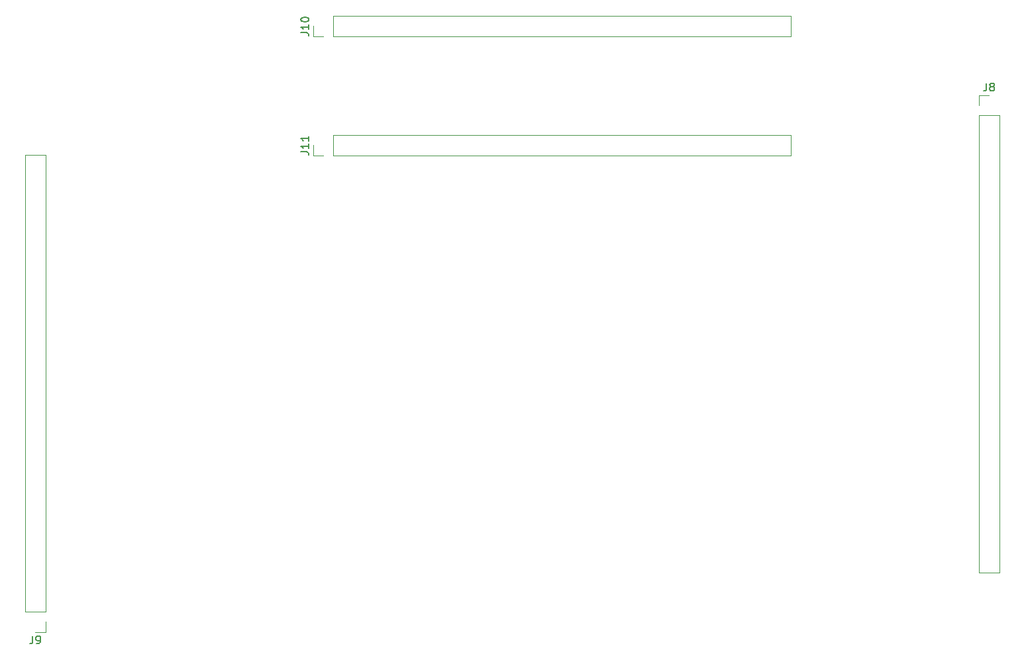
<source format=gbr>
G04 #@! TF.GenerationSoftware,KiCad,Pcbnew,(5.1.4)-1*
G04 #@! TF.CreationDate,2019-10-25T20:14:16-04:00*
G04 #@! TF.ProjectId,A-10C-CautionPanelNonMega,412d3130-432d-4436-9175-74696f6e5061,rev?*
G04 #@! TF.SameCoordinates,Original*
G04 #@! TF.FileFunction,Legend,Top*
G04 #@! TF.FilePolarity,Positive*
%FSLAX46Y46*%
G04 Gerber Fmt 4.6, Leading zero omitted, Abs format (unit mm)*
G04 Created by KiCad (PCBNEW (5.1.4)-1) date 2019-10-25 20:14:16*
%MOMM*%
%LPD*%
G04 APERTURE LIST*
%ADD10C,0.120000*%
%ADD11C,0.150000*%
G04 APERTURE END LIST*
D10*
X173930000Y-58360000D02*
X175260000Y-58360000D01*
X173930000Y-59690000D02*
X173930000Y-58360000D01*
X173930000Y-60960000D02*
X176590000Y-60960000D01*
X176590000Y-60960000D02*
X176590000Y-119440000D01*
X173930000Y-60960000D02*
X173930000Y-119440000D01*
X173930000Y-119440000D02*
X176590000Y-119440000D01*
X88840000Y-66100000D02*
X88840000Y-64770000D01*
X90170000Y-66100000D02*
X88840000Y-66100000D01*
X91440000Y-66100000D02*
X91440000Y-63440000D01*
X91440000Y-63440000D02*
X149920000Y-63440000D01*
X91440000Y-66100000D02*
X149920000Y-66100000D01*
X149920000Y-66100000D02*
X149920000Y-63440000D01*
X149920000Y-50860000D02*
X149920000Y-48200000D01*
X91440000Y-50860000D02*
X149920000Y-50860000D01*
X91440000Y-48200000D02*
X149920000Y-48200000D01*
X91440000Y-50860000D02*
X91440000Y-48200000D01*
X90170000Y-50860000D02*
X88840000Y-50860000D01*
X88840000Y-50860000D02*
X88840000Y-49530000D01*
X54670000Y-65980000D02*
X52010000Y-65980000D01*
X54670000Y-124460000D02*
X54670000Y-65980000D01*
X52010000Y-124460000D02*
X52010000Y-65980000D01*
X54670000Y-124460000D02*
X52010000Y-124460000D01*
X54670000Y-125730000D02*
X54670000Y-127060000D01*
X54670000Y-127060000D02*
X53340000Y-127060000D01*
D11*
X174926666Y-56812380D02*
X174926666Y-57526666D01*
X174879047Y-57669523D01*
X174783809Y-57764761D01*
X174640952Y-57812380D01*
X174545714Y-57812380D01*
X175545714Y-57240952D02*
X175450476Y-57193333D01*
X175402857Y-57145714D01*
X175355238Y-57050476D01*
X175355238Y-57002857D01*
X175402857Y-56907619D01*
X175450476Y-56860000D01*
X175545714Y-56812380D01*
X175736190Y-56812380D01*
X175831428Y-56860000D01*
X175879047Y-56907619D01*
X175926666Y-57002857D01*
X175926666Y-57050476D01*
X175879047Y-57145714D01*
X175831428Y-57193333D01*
X175736190Y-57240952D01*
X175545714Y-57240952D01*
X175450476Y-57288571D01*
X175402857Y-57336190D01*
X175355238Y-57431428D01*
X175355238Y-57621904D01*
X175402857Y-57717142D01*
X175450476Y-57764761D01*
X175545714Y-57812380D01*
X175736190Y-57812380D01*
X175831428Y-57764761D01*
X175879047Y-57717142D01*
X175926666Y-57621904D01*
X175926666Y-57431428D01*
X175879047Y-57336190D01*
X175831428Y-57288571D01*
X175736190Y-57240952D01*
X87292380Y-65579523D02*
X88006666Y-65579523D01*
X88149523Y-65627142D01*
X88244761Y-65722380D01*
X88292380Y-65865238D01*
X88292380Y-65960476D01*
X88292380Y-64579523D02*
X88292380Y-65150952D01*
X88292380Y-64865238D02*
X87292380Y-64865238D01*
X87435238Y-64960476D01*
X87530476Y-65055714D01*
X87578095Y-65150952D01*
X88292380Y-63627142D02*
X88292380Y-64198571D01*
X88292380Y-63912857D02*
X87292380Y-63912857D01*
X87435238Y-64008095D01*
X87530476Y-64103333D01*
X87578095Y-64198571D01*
X87292380Y-50339523D02*
X88006666Y-50339523D01*
X88149523Y-50387142D01*
X88244761Y-50482380D01*
X88292380Y-50625238D01*
X88292380Y-50720476D01*
X88292380Y-49339523D02*
X88292380Y-49910952D01*
X88292380Y-49625238D02*
X87292380Y-49625238D01*
X87435238Y-49720476D01*
X87530476Y-49815714D01*
X87578095Y-49910952D01*
X87292380Y-48720476D02*
X87292380Y-48625238D01*
X87340000Y-48530000D01*
X87387619Y-48482380D01*
X87482857Y-48434761D01*
X87673333Y-48387142D01*
X87911428Y-48387142D01*
X88101904Y-48434761D01*
X88197142Y-48482380D01*
X88244761Y-48530000D01*
X88292380Y-48625238D01*
X88292380Y-48720476D01*
X88244761Y-48815714D01*
X88197142Y-48863333D01*
X88101904Y-48910952D01*
X87911428Y-48958571D01*
X87673333Y-48958571D01*
X87482857Y-48910952D01*
X87387619Y-48863333D01*
X87340000Y-48815714D01*
X87292380Y-48720476D01*
X53006666Y-127512380D02*
X53006666Y-128226666D01*
X52959047Y-128369523D01*
X52863809Y-128464761D01*
X52720952Y-128512380D01*
X52625714Y-128512380D01*
X53530476Y-128512380D02*
X53720952Y-128512380D01*
X53816190Y-128464761D01*
X53863809Y-128417142D01*
X53959047Y-128274285D01*
X54006666Y-128083809D01*
X54006666Y-127702857D01*
X53959047Y-127607619D01*
X53911428Y-127560000D01*
X53816190Y-127512380D01*
X53625714Y-127512380D01*
X53530476Y-127560000D01*
X53482857Y-127607619D01*
X53435238Y-127702857D01*
X53435238Y-127940952D01*
X53482857Y-128036190D01*
X53530476Y-128083809D01*
X53625714Y-128131428D01*
X53816190Y-128131428D01*
X53911428Y-128083809D01*
X53959047Y-128036190D01*
X54006666Y-127940952D01*
M02*

</source>
